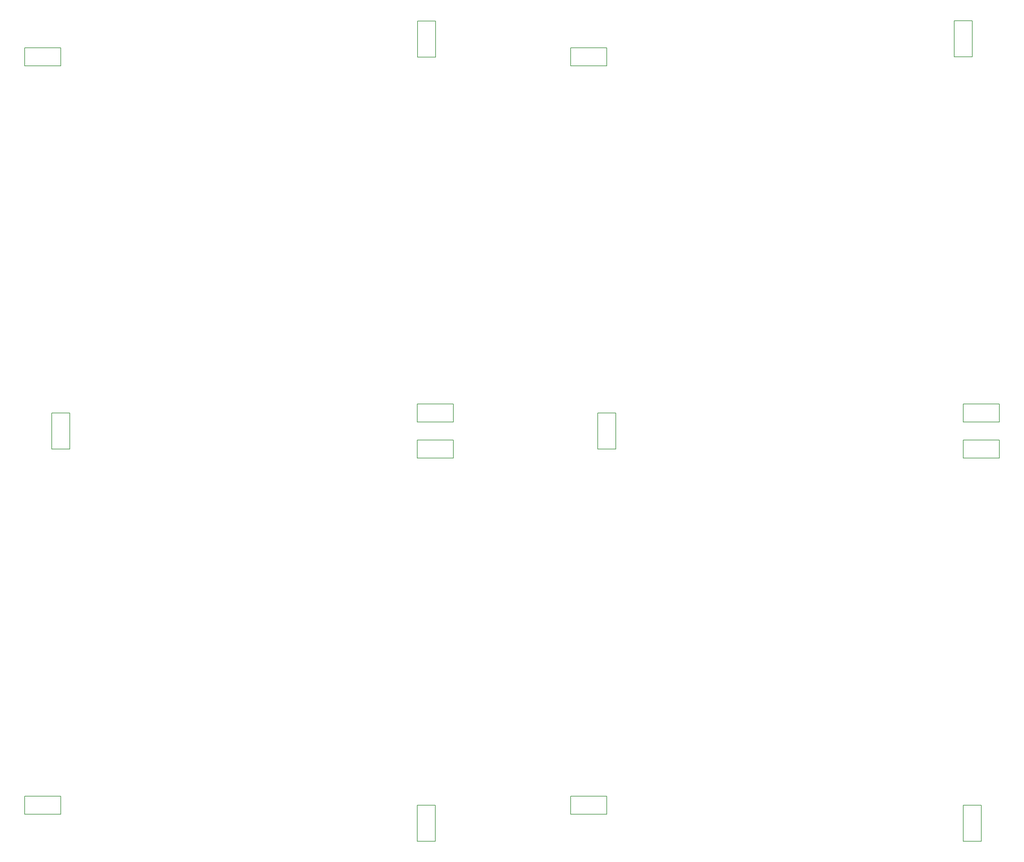
<source format=gbr>
G04 #@! TF.FileFunction,Legend,Top*
%FSLAX46Y46*%
G04 Gerber Fmt 4.6, Leading zero omitted, Abs format (unit mm)*
G04 Created by KiCad (PCBNEW 4.0.4-stable) date 12/15/16 13:04:55*
%MOMM*%
%LPD*%
G01*
G04 APERTURE LIST*
%ADD10C,0.100000*%
%ADD11C,0.150000*%
G04 APERTURE END LIST*
D10*
D11*
X277495000Y-47371000D02*
X277495000Y-57531000D01*
X277495000Y-57531000D02*
X272415000Y-57531000D01*
X272415000Y-57531000D02*
X272415000Y-47371000D01*
X272415000Y-47371000D02*
X277495000Y-47371000D01*
X272288000Y-155194000D02*
X282448000Y-155194000D01*
X282448000Y-155194000D02*
X282448000Y-160274000D01*
X282448000Y-160274000D02*
X272288000Y-160274000D01*
X272288000Y-160274000D02*
X272288000Y-155194000D01*
X272288000Y-165354000D02*
X282448000Y-165354000D01*
X282448000Y-165354000D02*
X282448000Y-170434000D01*
X282448000Y-170434000D02*
X272288000Y-170434000D01*
X272288000Y-170434000D02*
X272288000Y-165354000D01*
X277368000Y-268224000D02*
X277368000Y-278384000D01*
X277368000Y-278384000D02*
X272288000Y-278384000D01*
X272288000Y-278384000D02*
X272288000Y-268224000D01*
X272288000Y-268224000D02*
X277368000Y-268224000D01*
X161798000Y-265684000D02*
X171958000Y-265684000D01*
X171958000Y-265684000D02*
X171958000Y-270764000D01*
X171958000Y-270764000D02*
X161798000Y-270764000D01*
X161798000Y-270764000D02*
X161798000Y-265684000D01*
X161798000Y-54864000D02*
X171958000Y-54864000D01*
X171958000Y-54864000D02*
X171958000Y-59944000D01*
X171958000Y-59944000D02*
X161798000Y-59944000D01*
X161798000Y-59944000D02*
X161798000Y-54864000D01*
X169418000Y-167894000D02*
X169418000Y-157734000D01*
X169418000Y-157734000D02*
X174498000Y-157734000D01*
X174498000Y-157734000D02*
X174498000Y-167894000D01*
X174498000Y-167894000D02*
X169418000Y-167894000D01*
X423418000Y-57404000D02*
X423418000Y-47244000D01*
X423418000Y-47244000D02*
X428498000Y-47244000D01*
X428498000Y-47244000D02*
X428498000Y-57404000D01*
X428498000Y-57404000D02*
X423418000Y-57404000D01*
X425958000Y-155194000D02*
X436118000Y-155194000D01*
X436118000Y-155194000D02*
X436118000Y-160274000D01*
X436118000Y-160274000D02*
X425958000Y-160274000D01*
X425958000Y-160274000D02*
X425958000Y-155194000D01*
X425958000Y-165354000D02*
X436118000Y-165354000D01*
X436118000Y-165354000D02*
X436118000Y-170434000D01*
X436118000Y-170434000D02*
X425958000Y-170434000D01*
X425958000Y-170434000D02*
X425958000Y-165354000D01*
X431038000Y-268224000D02*
X431038000Y-278384000D01*
X431038000Y-278384000D02*
X425958000Y-278384000D01*
X425958000Y-278384000D02*
X425958000Y-268224000D01*
X425958000Y-268224000D02*
X431038000Y-268224000D01*
X315468000Y-265684000D02*
X325628000Y-265684000D01*
X325628000Y-265684000D02*
X325628000Y-270764000D01*
X325628000Y-270764000D02*
X315468000Y-270764000D01*
X315468000Y-270764000D02*
X315468000Y-265684000D01*
X315468000Y-54864000D02*
X325628000Y-54864000D01*
X325628000Y-54864000D02*
X325628000Y-59944000D01*
X325628000Y-59944000D02*
X315468000Y-59944000D01*
X315468000Y-59944000D02*
X315468000Y-54864000D01*
X323088000Y-167894000D02*
X323088000Y-157734000D01*
X323088000Y-157734000D02*
X328168000Y-157734000D01*
X328168000Y-157734000D02*
X328168000Y-167894000D01*
X328168000Y-167894000D02*
X323088000Y-167894000D01*
M02*

</source>
